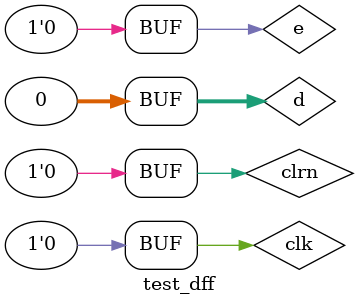
<source format=v>
`timescale 1ns / 1ps

module test_dff;

	// Inputs
	reg [31:0] d;
	reg clk;
	reg clrn;
	reg e;

	// Outputs
	wire [31:0] q;

	// Instantiate the Unit Under Test (UUT)
	dffe32 uut (
		.d(d), 
		.clk(clk), 
		.clrn(clrn), 
		.e(e), 
		.q(q)
	);

	initial begin
		// Initialize Inputs
		d = 0;
		clk = 0;
		clrn = 1;
		e = 0;

		// Wait 100 ns for global reset to finish
		#2;
		clrn = 0;
		
		
        
		// Add stimulus here

	end
      
endmodule


</source>
